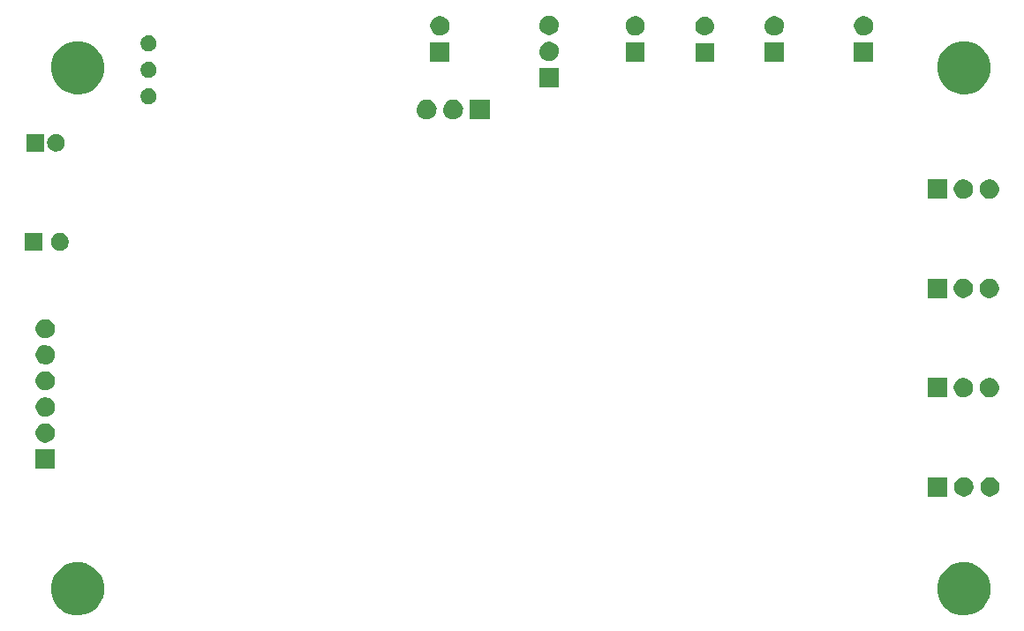
<source format=gbs>
G04 #@! TF.FileFunction,Soldermask,Bot*
%FSLAX46Y46*%
G04 Gerber Fmt 4.6, Leading zero omitted, Abs format (unit mm)*
G04 Created by KiCad (PCBNEW 4.0.5) date 03/30/17 16:26:28*
%MOMM*%
%LPD*%
G01*
G04 APERTURE LIST*
%ADD10C,0.100000*%
G04 APERTURE END LIST*
D10*
G36*
X107767837Y-139951697D02*
X108257706Y-140052253D01*
X108718709Y-140246041D01*
X109133296Y-140525683D01*
X109485672Y-140880528D01*
X109762413Y-141297055D01*
X109952978Y-141759400D01*
X110050043Y-142249616D01*
X110050043Y-142249626D01*
X110050109Y-142249960D01*
X110042133Y-142821146D01*
X110042057Y-142821480D01*
X110042057Y-142821492D01*
X109931344Y-143308798D01*
X109727942Y-143765647D01*
X109439680Y-144174285D01*
X109077531Y-144519154D01*
X108655303Y-144787108D01*
X108189064Y-144967951D01*
X107696583Y-145054788D01*
X107196611Y-145044316D01*
X106708189Y-144936929D01*
X106249938Y-144736724D01*
X105839297Y-144451321D01*
X105491909Y-144091590D01*
X105221014Y-143671243D01*
X105036921Y-143206279D01*
X104946646Y-142714408D01*
X104953629Y-142214377D01*
X105057600Y-141725227D01*
X105254605Y-141265583D01*
X105537134Y-140852960D01*
X105894429Y-140503069D01*
X106312878Y-140229244D01*
X106776545Y-140041910D01*
X107267765Y-139948205D01*
X107767837Y-139951697D01*
X107767837Y-139951697D01*
G37*
G36*
X192767837Y-139951697D02*
X193257706Y-140052253D01*
X193718709Y-140246041D01*
X194133296Y-140525683D01*
X194485672Y-140880528D01*
X194762413Y-141297055D01*
X194952978Y-141759400D01*
X195050043Y-142249616D01*
X195050043Y-142249626D01*
X195050109Y-142249960D01*
X195042133Y-142821146D01*
X195042057Y-142821480D01*
X195042057Y-142821492D01*
X194931344Y-143308798D01*
X194727942Y-143765647D01*
X194439680Y-144174285D01*
X194077531Y-144519154D01*
X193655303Y-144787108D01*
X193189064Y-144967951D01*
X192696583Y-145054788D01*
X192196611Y-145044316D01*
X191708189Y-144936929D01*
X191249938Y-144736724D01*
X190839297Y-144451321D01*
X190491909Y-144091590D01*
X190221014Y-143671243D01*
X190036921Y-143206279D01*
X189946646Y-142714408D01*
X189953629Y-142214377D01*
X190057600Y-141725227D01*
X190254605Y-141265583D01*
X190537134Y-140852960D01*
X190894429Y-140503069D01*
X191312878Y-140229244D01*
X191776545Y-140041910D01*
X192267765Y-139948205D01*
X192767837Y-139951697D01*
X192767837Y-139951697D01*
G37*
G36*
X192597156Y-131790614D02*
X192774855Y-131827091D01*
X192942081Y-131897385D01*
X193092471Y-131998824D01*
X193220295Y-132127545D01*
X193320683Y-132278639D01*
X193389806Y-132446347D01*
X193424974Y-132623955D01*
X193424974Y-132623965D01*
X193425040Y-132624299D01*
X193422147Y-132831494D01*
X193422071Y-132831828D01*
X193422071Y-132831840D01*
X193381961Y-133008387D01*
X193308177Y-133174108D01*
X193203612Y-133322339D01*
X193072241Y-133447441D01*
X192919082Y-133544638D01*
X192749955Y-133610240D01*
X192571311Y-133641739D01*
X192389949Y-133637940D01*
X192212773Y-133598985D01*
X192046547Y-133526363D01*
X191897584Y-133422831D01*
X191771572Y-133292342D01*
X191673308Y-133139865D01*
X191606529Y-132971201D01*
X191573781Y-132792774D01*
X191576315Y-132611391D01*
X191614029Y-132433956D01*
X191685493Y-132267220D01*
X191787978Y-132117543D01*
X191917587Y-131990621D01*
X192069377Y-131891292D01*
X192237570Y-131823338D01*
X192415756Y-131789347D01*
X192597156Y-131790614D01*
X192597156Y-131790614D01*
G37*
G36*
X195097156Y-131790614D02*
X195274855Y-131827091D01*
X195442081Y-131897385D01*
X195592471Y-131998824D01*
X195720295Y-132127545D01*
X195820683Y-132278639D01*
X195889806Y-132446347D01*
X195924974Y-132623955D01*
X195924974Y-132623965D01*
X195925040Y-132624299D01*
X195922147Y-132831494D01*
X195922071Y-132831828D01*
X195922071Y-132831840D01*
X195881961Y-133008387D01*
X195808177Y-133174108D01*
X195703612Y-133322339D01*
X195572241Y-133447441D01*
X195419082Y-133544638D01*
X195249955Y-133610240D01*
X195071311Y-133641739D01*
X194889949Y-133637940D01*
X194712773Y-133598985D01*
X194546547Y-133526363D01*
X194397584Y-133422831D01*
X194271572Y-133292342D01*
X194173308Y-133139865D01*
X194106529Y-132971201D01*
X194073781Y-132792774D01*
X194076315Y-132611391D01*
X194114029Y-132433956D01*
X194185493Y-132267220D01*
X194287978Y-132117543D01*
X194417587Y-131990621D01*
X194569377Y-131891292D01*
X194737570Y-131823338D01*
X194915756Y-131789347D01*
X195097156Y-131790614D01*
X195097156Y-131790614D01*
G37*
G36*
X190925000Y-133640000D02*
X189075000Y-133640000D01*
X189075000Y-131790000D01*
X190925000Y-131790000D01*
X190925000Y-133640000D01*
X190925000Y-133640000D01*
G37*
G36*
X105319000Y-130973000D02*
X103469000Y-130973000D01*
X103469000Y-129123000D01*
X105319000Y-129123000D01*
X105319000Y-130973000D01*
X105319000Y-130973000D01*
G37*
G36*
X104491156Y-126623614D02*
X104668855Y-126660091D01*
X104836081Y-126730385D01*
X104986471Y-126831824D01*
X105114295Y-126960545D01*
X105214683Y-127111639D01*
X105283806Y-127279347D01*
X105318974Y-127456955D01*
X105318974Y-127456965D01*
X105319040Y-127457299D01*
X105316147Y-127664494D01*
X105316071Y-127664828D01*
X105316071Y-127664840D01*
X105275961Y-127841387D01*
X105202177Y-128007108D01*
X105097612Y-128155339D01*
X104966241Y-128280441D01*
X104813082Y-128377638D01*
X104643955Y-128443240D01*
X104465311Y-128474739D01*
X104283949Y-128470940D01*
X104106773Y-128431985D01*
X103940547Y-128359363D01*
X103791584Y-128255831D01*
X103665572Y-128125342D01*
X103567308Y-127972865D01*
X103500529Y-127804201D01*
X103467781Y-127625774D01*
X103470315Y-127444391D01*
X103508029Y-127266956D01*
X103579493Y-127100220D01*
X103681978Y-126950543D01*
X103811587Y-126823621D01*
X103963377Y-126724292D01*
X104131570Y-126656338D01*
X104309756Y-126622347D01*
X104491156Y-126623614D01*
X104491156Y-126623614D01*
G37*
G36*
X104491156Y-124123614D02*
X104668855Y-124160091D01*
X104836081Y-124230385D01*
X104986471Y-124331824D01*
X105114295Y-124460545D01*
X105214683Y-124611639D01*
X105283806Y-124779347D01*
X105318974Y-124956955D01*
X105318974Y-124956965D01*
X105319040Y-124957299D01*
X105316147Y-125164494D01*
X105316071Y-125164828D01*
X105316071Y-125164840D01*
X105275961Y-125341387D01*
X105202177Y-125507108D01*
X105097612Y-125655339D01*
X104966241Y-125780441D01*
X104813082Y-125877638D01*
X104643955Y-125943240D01*
X104465311Y-125974739D01*
X104283949Y-125970940D01*
X104106773Y-125931985D01*
X103940547Y-125859363D01*
X103791584Y-125755831D01*
X103665572Y-125625342D01*
X103567308Y-125472865D01*
X103500529Y-125304201D01*
X103467781Y-125125774D01*
X103470315Y-124944391D01*
X103508029Y-124766956D01*
X103579493Y-124600220D01*
X103681978Y-124450543D01*
X103811587Y-124323621D01*
X103963377Y-124224292D01*
X104131570Y-124156338D01*
X104309756Y-124122347D01*
X104491156Y-124123614D01*
X104491156Y-124123614D01*
G37*
G36*
X192542156Y-122265614D02*
X192719855Y-122302091D01*
X192887081Y-122372385D01*
X193037471Y-122473824D01*
X193165295Y-122602545D01*
X193265683Y-122753639D01*
X193334806Y-122921347D01*
X193369974Y-123098955D01*
X193369974Y-123098965D01*
X193370040Y-123099299D01*
X193367147Y-123306494D01*
X193367071Y-123306828D01*
X193367071Y-123306840D01*
X193326961Y-123483387D01*
X193253177Y-123649108D01*
X193148612Y-123797339D01*
X193017241Y-123922441D01*
X192864082Y-124019638D01*
X192694955Y-124085240D01*
X192516311Y-124116739D01*
X192334949Y-124112940D01*
X192157773Y-124073985D01*
X191991547Y-124001363D01*
X191842584Y-123897831D01*
X191716572Y-123767342D01*
X191618308Y-123614865D01*
X191551529Y-123446201D01*
X191518781Y-123267774D01*
X191521315Y-123086391D01*
X191559029Y-122908956D01*
X191630493Y-122742220D01*
X191732978Y-122592543D01*
X191862587Y-122465621D01*
X192014377Y-122366292D01*
X192182570Y-122298338D01*
X192360756Y-122264347D01*
X192542156Y-122265614D01*
X192542156Y-122265614D01*
G37*
G36*
X195042156Y-122265614D02*
X195219855Y-122302091D01*
X195387081Y-122372385D01*
X195537471Y-122473824D01*
X195665295Y-122602545D01*
X195765683Y-122753639D01*
X195834806Y-122921347D01*
X195869974Y-123098955D01*
X195869974Y-123098965D01*
X195870040Y-123099299D01*
X195867147Y-123306494D01*
X195867071Y-123306828D01*
X195867071Y-123306840D01*
X195826961Y-123483387D01*
X195753177Y-123649108D01*
X195648612Y-123797339D01*
X195517241Y-123922441D01*
X195364082Y-124019638D01*
X195194955Y-124085240D01*
X195016311Y-124116739D01*
X194834949Y-124112940D01*
X194657773Y-124073985D01*
X194491547Y-124001363D01*
X194342584Y-123897831D01*
X194216572Y-123767342D01*
X194118308Y-123614865D01*
X194051529Y-123446201D01*
X194018781Y-123267774D01*
X194021315Y-123086391D01*
X194059029Y-122908956D01*
X194130493Y-122742220D01*
X194232978Y-122592543D01*
X194362587Y-122465621D01*
X194514377Y-122366292D01*
X194682570Y-122298338D01*
X194860756Y-122264347D01*
X195042156Y-122265614D01*
X195042156Y-122265614D01*
G37*
G36*
X190870000Y-124115000D02*
X189020000Y-124115000D01*
X189020000Y-122265000D01*
X190870000Y-122265000D01*
X190870000Y-124115000D01*
X190870000Y-124115000D01*
G37*
G36*
X104491156Y-121623614D02*
X104668855Y-121660091D01*
X104836081Y-121730385D01*
X104986471Y-121831824D01*
X105114295Y-121960545D01*
X105214683Y-122111639D01*
X105283806Y-122279347D01*
X105318974Y-122456955D01*
X105318974Y-122456965D01*
X105319040Y-122457299D01*
X105316147Y-122664494D01*
X105316071Y-122664828D01*
X105316071Y-122664840D01*
X105275961Y-122841387D01*
X105202177Y-123007108D01*
X105097612Y-123155339D01*
X104966241Y-123280441D01*
X104813082Y-123377638D01*
X104643955Y-123443240D01*
X104465311Y-123474739D01*
X104283949Y-123470940D01*
X104106773Y-123431985D01*
X103940547Y-123359363D01*
X103791584Y-123255831D01*
X103665572Y-123125342D01*
X103567308Y-122972865D01*
X103500529Y-122804201D01*
X103467781Y-122625774D01*
X103470315Y-122444391D01*
X103508029Y-122266956D01*
X103579493Y-122100220D01*
X103681978Y-121950543D01*
X103811587Y-121823621D01*
X103963377Y-121724292D01*
X104131570Y-121656338D01*
X104309756Y-121622347D01*
X104491156Y-121623614D01*
X104491156Y-121623614D01*
G37*
G36*
X104491156Y-119123614D02*
X104668855Y-119160091D01*
X104836081Y-119230385D01*
X104986471Y-119331824D01*
X105114295Y-119460545D01*
X105214683Y-119611639D01*
X105283806Y-119779347D01*
X105318974Y-119956955D01*
X105318974Y-119956965D01*
X105319040Y-119957299D01*
X105316147Y-120164494D01*
X105316071Y-120164828D01*
X105316071Y-120164840D01*
X105275961Y-120341387D01*
X105202177Y-120507108D01*
X105097612Y-120655339D01*
X104966241Y-120780441D01*
X104813082Y-120877638D01*
X104643955Y-120943240D01*
X104465311Y-120974739D01*
X104283949Y-120970940D01*
X104106773Y-120931985D01*
X103940547Y-120859363D01*
X103791584Y-120755831D01*
X103665572Y-120625342D01*
X103567308Y-120472865D01*
X103500529Y-120304201D01*
X103467781Y-120125774D01*
X103470315Y-119944391D01*
X103508029Y-119766956D01*
X103579493Y-119600220D01*
X103681978Y-119450543D01*
X103811587Y-119323621D01*
X103963377Y-119224292D01*
X104131570Y-119156338D01*
X104309756Y-119122347D01*
X104491156Y-119123614D01*
X104491156Y-119123614D01*
G37*
G36*
X104491156Y-116623614D02*
X104668855Y-116660091D01*
X104836081Y-116730385D01*
X104986471Y-116831824D01*
X105114295Y-116960545D01*
X105214683Y-117111639D01*
X105283806Y-117279347D01*
X105318974Y-117456955D01*
X105318974Y-117456965D01*
X105319040Y-117457299D01*
X105316147Y-117664494D01*
X105316071Y-117664828D01*
X105316071Y-117664840D01*
X105275961Y-117841387D01*
X105202177Y-118007108D01*
X105097612Y-118155339D01*
X104966241Y-118280441D01*
X104813082Y-118377638D01*
X104643955Y-118443240D01*
X104465311Y-118474739D01*
X104283949Y-118470940D01*
X104106773Y-118431985D01*
X103940547Y-118359363D01*
X103791584Y-118255831D01*
X103665572Y-118125342D01*
X103567308Y-117972865D01*
X103500529Y-117804201D01*
X103467781Y-117625774D01*
X103470315Y-117444391D01*
X103508029Y-117266956D01*
X103579493Y-117100220D01*
X103681978Y-116950543D01*
X103811587Y-116823621D01*
X103963377Y-116724292D01*
X104131570Y-116656338D01*
X104309756Y-116622347D01*
X104491156Y-116623614D01*
X104491156Y-116623614D01*
G37*
G36*
X195042156Y-112740614D02*
X195219855Y-112777091D01*
X195387081Y-112847385D01*
X195537471Y-112948824D01*
X195665295Y-113077545D01*
X195765683Y-113228639D01*
X195834806Y-113396347D01*
X195869974Y-113573955D01*
X195869974Y-113573965D01*
X195870040Y-113574299D01*
X195867147Y-113781494D01*
X195867071Y-113781828D01*
X195867071Y-113781840D01*
X195826961Y-113958387D01*
X195753177Y-114124108D01*
X195648612Y-114272339D01*
X195517241Y-114397441D01*
X195364082Y-114494638D01*
X195194955Y-114560240D01*
X195016311Y-114591739D01*
X194834949Y-114587940D01*
X194657773Y-114548985D01*
X194491547Y-114476363D01*
X194342584Y-114372831D01*
X194216572Y-114242342D01*
X194118308Y-114089865D01*
X194051529Y-113921201D01*
X194018781Y-113742774D01*
X194021315Y-113561391D01*
X194059029Y-113383956D01*
X194130493Y-113217220D01*
X194232978Y-113067543D01*
X194362587Y-112940621D01*
X194514377Y-112841292D01*
X194682570Y-112773338D01*
X194860756Y-112739347D01*
X195042156Y-112740614D01*
X195042156Y-112740614D01*
G37*
G36*
X192542156Y-112740614D02*
X192719855Y-112777091D01*
X192887081Y-112847385D01*
X193037471Y-112948824D01*
X193165295Y-113077545D01*
X193265683Y-113228639D01*
X193334806Y-113396347D01*
X193369974Y-113573955D01*
X193369974Y-113573965D01*
X193370040Y-113574299D01*
X193367147Y-113781494D01*
X193367071Y-113781828D01*
X193367071Y-113781840D01*
X193326961Y-113958387D01*
X193253177Y-114124108D01*
X193148612Y-114272339D01*
X193017241Y-114397441D01*
X192864082Y-114494638D01*
X192694955Y-114560240D01*
X192516311Y-114591739D01*
X192334949Y-114587940D01*
X192157773Y-114548985D01*
X191991547Y-114476363D01*
X191842584Y-114372831D01*
X191716572Y-114242342D01*
X191618308Y-114089865D01*
X191551529Y-113921201D01*
X191518781Y-113742774D01*
X191521315Y-113561391D01*
X191559029Y-113383956D01*
X191630493Y-113217220D01*
X191732978Y-113067543D01*
X191862587Y-112940621D01*
X192014377Y-112841292D01*
X192182570Y-112773338D01*
X192360756Y-112739347D01*
X192542156Y-112740614D01*
X192542156Y-112740614D01*
G37*
G36*
X190870000Y-114590000D02*
X189020000Y-114590000D01*
X189020000Y-112740000D01*
X190870000Y-112740000D01*
X190870000Y-114590000D01*
X190870000Y-114590000D01*
G37*
G36*
X105880279Y-108370564D02*
X106043570Y-108404083D01*
X106197236Y-108468678D01*
X106335433Y-108561892D01*
X106452893Y-108680176D01*
X106545140Y-108819018D01*
X106608661Y-108973132D01*
X106640971Y-109136309D01*
X106640971Y-109136319D01*
X106641037Y-109136653D01*
X106638378Y-109327049D01*
X106638302Y-109327383D01*
X106638302Y-109327395D01*
X106601451Y-109489599D01*
X106533649Y-109641883D01*
X106437562Y-109778095D01*
X106316843Y-109893054D01*
X106176102Y-109982370D01*
X106020688Y-110042653D01*
X105856529Y-110071598D01*
X105689872Y-110068107D01*
X105527062Y-110032311D01*
X105374315Y-109965577D01*
X105237429Y-109870439D01*
X105121634Y-109750530D01*
X105031337Y-109610417D01*
X104969972Y-109455428D01*
X104939880Y-109291467D01*
X104942208Y-109124791D01*
X104976864Y-108961744D01*
X105042534Y-108808527D01*
X105136710Y-108670986D01*
X105255810Y-108554354D01*
X105395292Y-108463079D01*
X105549848Y-108400635D01*
X105713586Y-108369400D01*
X105880279Y-108370564D01*
X105880279Y-108370564D01*
G37*
G36*
X104141000Y-110070000D02*
X102441000Y-110070000D01*
X102441000Y-108370000D01*
X104141000Y-108370000D01*
X104141000Y-110070000D01*
X104141000Y-110070000D01*
G37*
G36*
X192542156Y-103215614D02*
X192719855Y-103252091D01*
X192887081Y-103322385D01*
X193037471Y-103423824D01*
X193165295Y-103552545D01*
X193265683Y-103703639D01*
X193334806Y-103871347D01*
X193369974Y-104048955D01*
X193369974Y-104048965D01*
X193370040Y-104049299D01*
X193367147Y-104256494D01*
X193367071Y-104256828D01*
X193367071Y-104256840D01*
X193326961Y-104433387D01*
X193253177Y-104599108D01*
X193148612Y-104747339D01*
X193017241Y-104872441D01*
X192864082Y-104969638D01*
X192694955Y-105035240D01*
X192516311Y-105066739D01*
X192334949Y-105062940D01*
X192157773Y-105023985D01*
X191991547Y-104951363D01*
X191842584Y-104847831D01*
X191716572Y-104717342D01*
X191618308Y-104564865D01*
X191551529Y-104396201D01*
X191518781Y-104217774D01*
X191521315Y-104036391D01*
X191559029Y-103858956D01*
X191630493Y-103692220D01*
X191732978Y-103542543D01*
X191862587Y-103415621D01*
X192014377Y-103316292D01*
X192182570Y-103248338D01*
X192360756Y-103214347D01*
X192542156Y-103215614D01*
X192542156Y-103215614D01*
G37*
G36*
X195042156Y-103215614D02*
X195219855Y-103252091D01*
X195387081Y-103322385D01*
X195537471Y-103423824D01*
X195665295Y-103552545D01*
X195765683Y-103703639D01*
X195834806Y-103871347D01*
X195869974Y-104048955D01*
X195869974Y-104048965D01*
X195870040Y-104049299D01*
X195867147Y-104256494D01*
X195867071Y-104256828D01*
X195867071Y-104256840D01*
X195826961Y-104433387D01*
X195753177Y-104599108D01*
X195648612Y-104747339D01*
X195517241Y-104872441D01*
X195364082Y-104969638D01*
X195194955Y-105035240D01*
X195016311Y-105066739D01*
X194834949Y-105062940D01*
X194657773Y-105023985D01*
X194491547Y-104951363D01*
X194342584Y-104847831D01*
X194216572Y-104717342D01*
X194118308Y-104564865D01*
X194051529Y-104396201D01*
X194018781Y-104217774D01*
X194021315Y-104036391D01*
X194059029Y-103858956D01*
X194130493Y-103692220D01*
X194232978Y-103542543D01*
X194362587Y-103415621D01*
X194514377Y-103316292D01*
X194682570Y-103248338D01*
X194860756Y-103214347D01*
X195042156Y-103215614D01*
X195042156Y-103215614D01*
G37*
G36*
X190870000Y-105065000D02*
X189020000Y-105065000D01*
X189020000Y-103215000D01*
X190870000Y-103215000D01*
X190870000Y-105065000D01*
X190870000Y-105065000D01*
G37*
G36*
X105499279Y-98845564D02*
X105662570Y-98879083D01*
X105816236Y-98943678D01*
X105954433Y-99036892D01*
X106071893Y-99155176D01*
X106164140Y-99294018D01*
X106227661Y-99448132D01*
X106259971Y-99611309D01*
X106259971Y-99611319D01*
X106260037Y-99611653D01*
X106257378Y-99802049D01*
X106257302Y-99802383D01*
X106257302Y-99802395D01*
X106220451Y-99964599D01*
X106152649Y-100116883D01*
X106056562Y-100253095D01*
X105935843Y-100368054D01*
X105795102Y-100457370D01*
X105639688Y-100517653D01*
X105475529Y-100546598D01*
X105308872Y-100543107D01*
X105146062Y-100507311D01*
X104993315Y-100440577D01*
X104856429Y-100345439D01*
X104740634Y-100225530D01*
X104650337Y-100085417D01*
X104588972Y-99930428D01*
X104558880Y-99766467D01*
X104561208Y-99599791D01*
X104595864Y-99436744D01*
X104661534Y-99283527D01*
X104755710Y-99145986D01*
X104874810Y-99029354D01*
X105014292Y-98938079D01*
X105168848Y-98875635D01*
X105332586Y-98844400D01*
X105499279Y-98845564D01*
X105499279Y-98845564D01*
G37*
G36*
X104260000Y-100545000D02*
X102560000Y-100545000D01*
X102560000Y-98845000D01*
X104260000Y-98845000D01*
X104260000Y-100545000D01*
X104260000Y-100545000D01*
G37*
G36*
X143609782Y-95570631D02*
X143792284Y-95608093D01*
X143964029Y-95680288D01*
X144118483Y-95784468D01*
X144249762Y-95916667D01*
X144352862Y-96071844D01*
X144423856Y-96244089D01*
X144459975Y-96426504D01*
X144459975Y-96426514D01*
X144460041Y-96426848D01*
X144457070Y-96639643D01*
X144456994Y-96639977D01*
X144456994Y-96639989D01*
X144415798Y-96821316D01*
X144340019Y-96991516D01*
X144232628Y-97143754D01*
X144097707Y-97272237D01*
X143940408Y-97372061D01*
X143766710Y-97439435D01*
X143583238Y-97471785D01*
X143396974Y-97467884D01*
X143215011Y-97427877D01*
X143044289Y-97353290D01*
X142891306Y-97246964D01*
X142761885Y-97112946D01*
X142660965Y-96956348D01*
X142592381Y-96783125D01*
X142558748Y-96599876D01*
X142561350Y-96413591D01*
X142600084Y-96231360D01*
X142673479Y-96060118D01*
X142778735Y-95906396D01*
X142911846Y-95776043D01*
X143067738Y-95674030D01*
X143240477Y-95604239D01*
X143423479Y-95569330D01*
X143609782Y-95570631D01*
X143609782Y-95570631D01*
G37*
G36*
X141069782Y-95570631D02*
X141252284Y-95608093D01*
X141424029Y-95680288D01*
X141578483Y-95784468D01*
X141709762Y-95916667D01*
X141812862Y-96071844D01*
X141883856Y-96244089D01*
X141919975Y-96426504D01*
X141919975Y-96426514D01*
X141920041Y-96426848D01*
X141917070Y-96639643D01*
X141916994Y-96639977D01*
X141916994Y-96639989D01*
X141875798Y-96821316D01*
X141800019Y-96991516D01*
X141692628Y-97143754D01*
X141557707Y-97272237D01*
X141400408Y-97372061D01*
X141226710Y-97439435D01*
X141043238Y-97471785D01*
X140856974Y-97467884D01*
X140675011Y-97427877D01*
X140504289Y-97353290D01*
X140351306Y-97246964D01*
X140221885Y-97112946D01*
X140120965Y-96956348D01*
X140052381Y-96783125D01*
X140018748Y-96599876D01*
X140021350Y-96413591D01*
X140060084Y-96231360D01*
X140133479Y-96060118D01*
X140238735Y-95906396D01*
X140371846Y-95776043D01*
X140527738Y-95674030D01*
X140700477Y-95604239D01*
X140883479Y-95569330D01*
X141069782Y-95570631D01*
X141069782Y-95570631D01*
G37*
G36*
X147000000Y-97470000D02*
X145100000Y-97470000D01*
X145100000Y-95570000D01*
X147000000Y-95570000D01*
X147000000Y-97470000D01*
X147000000Y-97470000D01*
G37*
G36*
X114380876Y-94480511D02*
X114528799Y-94510875D01*
X114668002Y-94569391D01*
X114793192Y-94653832D01*
X114899597Y-94760983D01*
X114983164Y-94886759D01*
X115040704Y-95026364D01*
X115069968Y-95174154D01*
X115069968Y-95174169D01*
X115070033Y-95174498D01*
X115067625Y-95346974D01*
X115067549Y-95347308D01*
X115067549Y-95347319D01*
X115034172Y-95494226D01*
X114972752Y-95632178D01*
X114885712Y-95755567D01*
X114776351Y-95859709D01*
X114648858Y-95940618D01*
X114508070Y-95995226D01*
X114359361Y-96021448D01*
X114208390Y-96018286D01*
X114060901Y-95985858D01*
X113922529Y-95925405D01*
X113798532Y-95839224D01*
X113693634Y-95730599D01*
X113611833Y-95603670D01*
X113556245Y-95463270D01*
X113528985Y-95314741D01*
X113531094Y-95163751D01*
X113562488Y-95016051D01*
X113621976Y-94877256D01*
X113707292Y-94752656D01*
X113815181Y-94647002D01*
X113941535Y-94564319D01*
X114081545Y-94507751D01*
X114229872Y-94479456D01*
X114380876Y-94480511D01*
X114380876Y-94480511D01*
G37*
G36*
X192767837Y-89951697D02*
X193257706Y-90052253D01*
X193718709Y-90246041D01*
X194133296Y-90525683D01*
X194485672Y-90880528D01*
X194762413Y-91297055D01*
X194952978Y-91759400D01*
X195050043Y-92249616D01*
X195050043Y-92249626D01*
X195050109Y-92249960D01*
X195042133Y-92821146D01*
X195042057Y-92821480D01*
X195042057Y-92821492D01*
X194931344Y-93308798D01*
X194727942Y-93765647D01*
X194439680Y-94174285D01*
X194077531Y-94519154D01*
X193655303Y-94787108D01*
X193189064Y-94967951D01*
X192696583Y-95054788D01*
X192196611Y-95044316D01*
X191708189Y-94936929D01*
X191249938Y-94736724D01*
X190839297Y-94451321D01*
X190491909Y-94091590D01*
X190221014Y-93671243D01*
X190036921Y-93206279D01*
X189946646Y-92714408D01*
X189953629Y-92214377D01*
X190057600Y-91725227D01*
X190254605Y-91265583D01*
X190537134Y-90852960D01*
X190894429Y-90503069D01*
X191312878Y-90229244D01*
X191776545Y-90041910D01*
X192267765Y-89948205D01*
X192767837Y-89951697D01*
X192767837Y-89951697D01*
G37*
G36*
X107767837Y-89951697D02*
X108257706Y-90052253D01*
X108718709Y-90246041D01*
X109133296Y-90525683D01*
X109485672Y-90880528D01*
X109762413Y-91297055D01*
X109952978Y-91759400D01*
X110050043Y-92249616D01*
X110050043Y-92249626D01*
X110050109Y-92249960D01*
X110042133Y-92821146D01*
X110042057Y-92821480D01*
X110042057Y-92821492D01*
X109931344Y-93308798D01*
X109727942Y-93765647D01*
X109439680Y-94174285D01*
X109077531Y-94519154D01*
X108655303Y-94787108D01*
X108189064Y-94967951D01*
X107696583Y-95054788D01*
X107196611Y-95044316D01*
X106708189Y-94936929D01*
X106249938Y-94736724D01*
X105839297Y-94451321D01*
X105491909Y-94091590D01*
X105221014Y-93671243D01*
X105036921Y-93206279D01*
X104946646Y-92714408D01*
X104953629Y-92214377D01*
X105057600Y-91725227D01*
X105254605Y-91265583D01*
X105537134Y-90852960D01*
X105894429Y-90503069D01*
X106312878Y-90229244D01*
X106776545Y-90041910D01*
X107267765Y-89948205D01*
X107767837Y-89951697D01*
X107767837Y-89951697D01*
G37*
G36*
X153642500Y-94364286D02*
X151792500Y-94364286D01*
X151792500Y-92514286D01*
X153642500Y-92514286D01*
X153642500Y-94364286D01*
X153642500Y-94364286D01*
G37*
G36*
X114380876Y-91940511D02*
X114528799Y-91970875D01*
X114668002Y-92029391D01*
X114793192Y-92113832D01*
X114899597Y-92220983D01*
X114983164Y-92346759D01*
X115040704Y-92486364D01*
X115069968Y-92634154D01*
X115069968Y-92634169D01*
X115070033Y-92634498D01*
X115067625Y-92806974D01*
X115067549Y-92807308D01*
X115067549Y-92807319D01*
X115034172Y-92954226D01*
X114972752Y-93092178D01*
X114885712Y-93215567D01*
X114776351Y-93319709D01*
X114648858Y-93400618D01*
X114508070Y-93455226D01*
X114359361Y-93481448D01*
X114208390Y-93478286D01*
X114060901Y-93445858D01*
X113922529Y-93385405D01*
X113798532Y-93299224D01*
X113693634Y-93190599D01*
X113611833Y-93063670D01*
X113556245Y-92923270D01*
X113528985Y-92774741D01*
X113531094Y-92623751D01*
X113562488Y-92476051D01*
X113621976Y-92337256D01*
X113707292Y-92212656D01*
X113815181Y-92107002D01*
X113941535Y-92024319D01*
X114081545Y-91967751D01*
X114229872Y-91939456D01*
X114380876Y-91940511D01*
X114380876Y-91940511D01*
G37*
G36*
X168540000Y-91959000D02*
X166740000Y-91959000D01*
X166740000Y-90159000D01*
X168540000Y-90159000D01*
X168540000Y-91959000D01*
X168540000Y-91959000D01*
G37*
G36*
X161897500Y-91925000D02*
X160047500Y-91925000D01*
X160047500Y-90075000D01*
X161897500Y-90075000D01*
X161897500Y-91925000D01*
X161897500Y-91925000D01*
G37*
G36*
X175232500Y-91925000D02*
X173382500Y-91925000D01*
X173382500Y-90075000D01*
X175232500Y-90075000D01*
X175232500Y-91925000D01*
X175232500Y-91925000D01*
G37*
G36*
X143165000Y-91925000D02*
X141315000Y-91925000D01*
X141315000Y-90075000D01*
X143165000Y-90075000D01*
X143165000Y-91925000D01*
X143165000Y-91925000D01*
G37*
G36*
X183805000Y-91925000D02*
X181955000Y-91925000D01*
X181955000Y-90075000D01*
X183805000Y-90075000D01*
X183805000Y-91925000D01*
X183805000Y-91925000D01*
G37*
G36*
X152814656Y-90014900D02*
X152992355Y-90051377D01*
X153159581Y-90121671D01*
X153309971Y-90223110D01*
X153437795Y-90351831D01*
X153538183Y-90502925D01*
X153607306Y-90670633D01*
X153642474Y-90848241D01*
X153642474Y-90848251D01*
X153642540Y-90848585D01*
X153639647Y-91055780D01*
X153639571Y-91056114D01*
X153639571Y-91056126D01*
X153599461Y-91232673D01*
X153525677Y-91398394D01*
X153421112Y-91546625D01*
X153289741Y-91671727D01*
X153136582Y-91768924D01*
X152967455Y-91834526D01*
X152788811Y-91866025D01*
X152607449Y-91862226D01*
X152430273Y-91823271D01*
X152264047Y-91750649D01*
X152115084Y-91647117D01*
X151989072Y-91516628D01*
X151890808Y-91364151D01*
X151824029Y-91195487D01*
X151791281Y-91017060D01*
X151793815Y-90835677D01*
X151831529Y-90658242D01*
X151902993Y-90491506D01*
X152005478Y-90341829D01*
X152135087Y-90214907D01*
X152286877Y-90115578D01*
X152455070Y-90047624D01*
X152633256Y-90013633D01*
X152814656Y-90014900D01*
X152814656Y-90014900D01*
G37*
G36*
X114380876Y-89400511D02*
X114528799Y-89430875D01*
X114668002Y-89489391D01*
X114793192Y-89573832D01*
X114899597Y-89680983D01*
X114983164Y-89806759D01*
X115040704Y-89946364D01*
X115069968Y-90094154D01*
X115069968Y-90094169D01*
X115070033Y-90094498D01*
X115067625Y-90266974D01*
X115067549Y-90267308D01*
X115067549Y-90267319D01*
X115034172Y-90414226D01*
X114972752Y-90552178D01*
X114885712Y-90675567D01*
X114776351Y-90779709D01*
X114648858Y-90860618D01*
X114508070Y-90915226D01*
X114359361Y-90941448D01*
X114208390Y-90938286D01*
X114060901Y-90905858D01*
X113922529Y-90845405D01*
X113798532Y-90759224D01*
X113693634Y-90650599D01*
X113611833Y-90523670D01*
X113556245Y-90383270D01*
X113528985Y-90234741D01*
X113531094Y-90083751D01*
X113562488Y-89936051D01*
X113621976Y-89797256D01*
X113707292Y-89672656D01*
X113815181Y-89567002D01*
X113941535Y-89484319D01*
X114081545Y-89427751D01*
X114229872Y-89399456D01*
X114380876Y-89400511D01*
X114380876Y-89400511D01*
G37*
G36*
X182977156Y-87575614D02*
X183154855Y-87612091D01*
X183322081Y-87682385D01*
X183472471Y-87783824D01*
X183600295Y-87912545D01*
X183700683Y-88063639D01*
X183769806Y-88231347D01*
X183804974Y-88408955D01*
X183804974Y-88408965D01*
X183805040Y-88409299D01*
X183802147Y-88616494D01*
X183802071Y-88616828D01*
X183802071Y-88616840D01*
X183761961Y-88793387D01*
X183688177Y-88959108D01*
X183583612Y-89107339D01*
X183452241Y-89232441D01*
X183299082Y-89329638D01*
X183129955Y-89395240D01*
X182951311Y-89426739D01*
X182769949Y-89422940D01*
X182592773Y-89383985D01*
X182426547Y-89311363D01*
X182277584Y-89207831D01*
X182151572Y-89077342D01*
X182053308Y-88924865D01*
X181986529Y-88756201D01*
X181953781Y-88577774D01*
X181956315Y-88396391D01*
X181994029Y-88218956D01*
X182065493Y-88052220D01*
X182167978Y-87902543D01*
X182297587Y-87775621D01*
X182449377Y-87676292D01*
X182617570Y-87608338D01*
X182795756Y-87574347D01*
X182977156Y-87575614D01*
X182977156Y-87575614D01*
G37*
G36*
X142337156Y-87575614D02*
X142514855Y-87612091D01*
X142682081Y-87682385D01*
X142832471Y-87783824D01*
X142960295Y-87912545D01*
X143060683Y-88063639D01*
X143129806Y-88231347D01*
X143164974Y-88408955D01*
X143164974Y-88408965D01*
X143165040Y-88409299D01*
X143162147Y-88616494D01*
X143162071Y-88616828D01*
X143162071Y-88616840D01*
X143121961Y-88793387D01*
X143048177Y-88959108D01*
X142943612Y-89107339D01*
X142812241Y-89232441D01*
X142659082Y-89329638D01*
X142489955Y-89395240D01*
X142311311Y-89426739D01*
X142129949Y-89422940D01*
X141952773Y-89383985D01*
X141786547Y-89311363D01*
X141637584Y-89207831D01*
X141511572Y-89077342D01*
X141413308Y-88924865D01*
X141346529Y-88756201D01*
X141313781Y-88577774D01*
X141316315Y-88396391D01*
X141354029Y-88218956D01*
X141425493Y-88052220D01*
X141527978Y-87902543D01*
X141657587Y-87775621D01*
X141809377Y-87676292D01*
X141977570Y-87608338D01*
X142155756Y-87574347D01*
X142337156Y-87575614D01*
X142337156Y-87575614D01*
G37*
G36*
X161069656Y-87575614D02*
X161247355Y-87612091D01*
X161414581Y-87682385D01*
X161564971Y-87783824D01*
X161692795Y-87912545D01*
X161793183Y-88063639D01*
X161862306Y-88231347D01*
X161897474Y-88408955D01*
X161897474Y-88408965D01*
X161897540Y-88409299D01*
X161894647Y-88616494D01*
X161894571Y-88616828D01*
X161894571Y-88616840D01*
X161854461Y-88793387D01*
X161780677Y-88959108D01*
X161676112Y-89107339D01*
X161544741Y-89232441D01*
X161391582Y-89329638D01*
X161222455Y-89395240D01*
X161043811Y-89426739D01*
X160862449Y-89422940D01*
X160685273Y-89383985D01*
X160519047Y-89311363D01*
X160370084Y-89207831D01*
X160244072Y-89077342D01*
X160145808Y-88924865D01*
X160079029Y-88756201D01*
X160046281Y-88577774D01*
X160048815Y-88396391D01*
X160086529Y-88218956D01*
X160157993Y-88052220D01*
X160260478Y-87902543D01*
X160390087Y-87775621D01*
X160541877Y-87676292D01*
X160710070Y-87608338D01*
X160888256Y-87574347D01*
X161069656Y-87575614D01*
X161069656Y-87575614D01*
G37*
G36*
X174404656Y-87575614D02*
X174582355Y-87612091D01*
X174749581Y-87682385D01*
X174899971Y-87783824D01*
X175027795Y-87912545D01*
X175128183Y-88063639D01*
X175197306Y-88231347D01*
X175232474Y-88408955D01*
X175232474Y-88408965D01*
X175232540Y-88409299D01*
X175229647Y-88616494D01*
X175229571Y-88616828D01*
X175229571Y-88616840D01*
X175189461Y-88793387D01*
X175115677Y-88959108D01*
X175011112Y-89107339D01*
X174879741Y-89232441D01*
X174726582Y-89329638D01*
X174557455Y-89395240D01*
X174378811Y-89426739D01*
X174197449Y-89422940D01*
X174020273Y-89383985D01*
X173854047Y-89311363D01*
X173705084Y-89207831D01*
X173579072Y-89077342D01*
X173480808Y-88924865D01*
X173414029Y-88756201D01*
X173381281Y-88577774D01*
X173383815Y-88396391D01*
X173421529Y-88218956D01*
X173492993Y-88052220D01*
X173595478Y-87902543D01*
X173725087Y-87775621D01*
X173876877Y-87676292D01*
X174045070Y-87608338D01*
X174223256Y-87574347D01*
X174404656Y-87575614D01*
X174404656Y-87575614D01*
G37*
G36*
X167650458Y-87619043D02*
X167656921Y-87619088D01*
X167831476Y-87638667D01*
X167998903Y-87691778D01*
X168152825Y-87776398D01*
X168287380Y-87889303D01*
X168397443Y-88026193D01*
X168478820Y-88181854D01*
X168528414Y-88350357D01*
X168528417Y-88350391D01*
X168528421Y-88350404D01*
X168544336Y-88525280D01*
X168525979Y-88699922D01*
X168525978Y-88699927D01*
X168525973Y-88699970D01*
X168474032Y-88867764D01*
X168390489Y-89022274D01*
X168278526Y-89157614D01*
X168142407Y-89268629D01*
X167987318Y-89351091D01*
X167819166Y-89401860D01*
X167644355Y-89419000D01*
X167635611Y-89419000D01*
X167629542Y-89418957D01*
X167623079Y-89418912D01*
X167448524Y-89399333D01*
X167281097Y-89346222D01*
X167127175Y-89261602D01*
X166992620Y-89148697D01*
X166882557Y-89011807D01*
X166801180Y-88856146D01*
X166751586Y-88687643D01*
X166751583Y-88687609D01*
X166751579Y-88687596D01*
X166735664Y-88512720D01*
X166754021Y-88338078D01*
X166754022Y-88338073D01*
X166754027Y-88338030D01*
X166805968Y-88170236D01*
X166889511Y-88015726D01*
X167001474Y-87880386D01*
X167137593Y-87769371D01*
X167292682Y-87686909D01*
X167460834Y-87636140D01*
X167635645Y-87619000D01*
X167644389Y-87619000D01*
X167650458Y-87619043D01*
X167650458Y-87619043D01*
G37*
G36*
X152814656Y-87514900D02*
X152992355Y-87551377D01*
X153159581Y-87621671D01*
X153309971Y-87723110D01*
X153437795Y-87851831D01*
X153538183Y-88002925D01*
X153607306Y-88170633D01*
X153642474Y-88348241D01*
X153642474Y-88348251D01*
X153642540Y-88348585D01*
X153639647Y-88555780D01*
X153639571Y-88556114D01*
X153639571Y-88556126D01*
X153599461Y-88732673D01*
X153525677Y-88898394D01*
X153421112Y-89046625D01*
X153289741Y-89171727D01*
X153136582Y-89268924D01*
X152967455Y-89334526D01*
X152788811Y-89366025D01*
X152607449Y-89362226D01*
X152430273Y-89323271D01*
X152264047Y-89250649D01*
X152115084Y-89147117D01*
X151989072Y-89016628D01*
X151890808Y-88864151D01*
X151824029Y-88695487D01*
X151791281Y-88517060D01*
X151793815Y-88335677D01*
X151831529Y-88158242D01*
X151902993Y-87991506D01*
X152005478Y-87841829D01*
X152135087Y-87714907D01*
X152286877Y-87615578D01*
X152455070Y-87547624D01*
X152633256Y-87513633D01*
X152814656Y-87514900D01*
X152814656Y-87514900D01*
G37*
M02*

</source>
